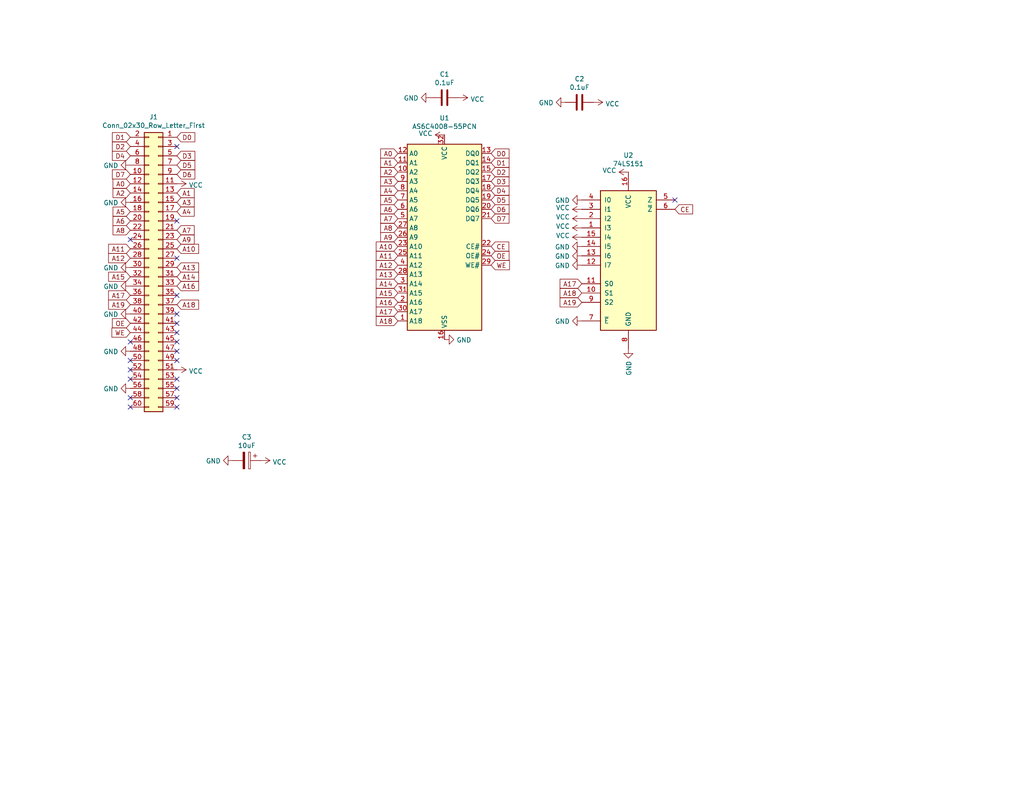
<source format=kicad_sch>
(kicad_sch (version 20211123) (generator eeschema)
  (paper "A")
  (title_block (title "PCjr 512KB Memory Expansion") (date "2023-09-22") (comment 3 "© 2023 BackBit") (comment 4 "Author: Evie Salomon"))
  (lib_symbols
    (symbol "74xx:74LS151" (pin_names (offset 1.016))
      (property "Reference" "U" (at -7.62 19.05 0))
      (property "Value" "74LS151" (at -7.62 -21.59 0))
      (symbol "74LS151_1_0"
        (pin input line (at -12.7 7.62 0) (length 5.08) (name "I3") (number "1"))
        (pin input line (at -12.7 -10.16 0) (length 5.08) (name "S1") (number "10"))
        (pin input line (at -12.7 -7.62 0) (length 5.08) (name "S0") (number "11"))
        (pin input line (at -12.7 -2.54 0) (length 5.08) (name "I7") (number "12"))
        (pin input line (at -12.7 0 0) (length 5.08) (name "I6") (number "13"))
        (pin input line (at -12.7 2.54 0) (length 5.08) (name "I5") (number "14"))
        (pin input line (at -12.7 5.08 0) (length 5.08) (name "I4") (number "15"))
        (pin power_in line (at 0 22.86 270) (length 5.08) (name "VCC") (number "16"))
        (pin input line (at -12.7 10.16 0) (length 5.08) (name "I2") (number "2"))
        (pin input line (at -12.7 12.7 0) (length 5.08) (name "I1") (number "3"))
        (pin input line (at -12.7 15.24 0) (length 5.08) (name "I0") (number "4"))
        (pin output line (at 12.7 15.24 180) (length 5.08) (name "Z") (number "5"))
        (pin output line (at 12.7 12.7 180) (length 5.08) (name "~{Z}") (number "6"))
        (pin input line (at -12.7 -17.78 0) (length 5.08) (name "~{E}") (number "7"))
        (pin power_in line (at 0 -25.4 90) (length 5.08) (name "GND") (number "8"))
        (pin input line (at -12.7 -12.7 0) (length 5.08) (name "S2") (number "9"))
      )
      (symbol "74LS151_1_1"
        (rectangle (start -7.62 17.78) (end 7.62 -20.32) (stroke (width 0.254)) (fill (type background)))
      )
    )
    (symbol "Connector_Generic:Conn_02x30_Odd_Even" (pin_names (offset 1.016) hide)
      (property "Reference" "J" (at 1.27 38.1 0))
      (property "Value" "Conn_02x30_Odd_Even" (at 1.27 -40.64 0))
      (symbol "Conn_02x30_Odd_Even_1_1"
        (rectangle (start -1.27 -37.973) (end 0 -38.227) (stroke (width 0.1524)))
        (rectangle (start -1.27 -35.433) (end 0 -35.687) (stroke (width 0.1524)))
        (rectangle (start -1.27 -32.893) (end 0 -33.147) (stroke (width 0.1524)))
        (rectangle (start -1.27 -30.353) (end 0 -30.607) (stroke (width 0.1524)))
        (rectangle (start -1.27 -27.813) (end 0 -28.067) (stroke (width 0.1524)))
        (rectangle (start -1.27 -25.273) (end 0 -25.527) (stroke (width 0.1524)))
        (rectangle (start -1.27 -22.733) (end 0 -22.987) (stroke (width 0.1524)))
        (rectangle (start -1.27 -20.193) (end 0 -20.447) (stroke (width 0.1524)))
        (rectangle (start -1.27 -17.653) (end 0 -17.907) (stroke (width 0.1524)))
        (rectangle (start -1.27 -15.113) (end 0 -15.367) (stroke (width 0.1524)))
        (rectangle (start -1.27 -12.573) (end 0 -12.827) (stroke (width 0.1524)))
        (rectangle (start -1.27 -10.033) (end 0 -10.287) (stroke (width 0.1524)))
        (rectangle (start -1.27 -7.493) (end 0 -7.747) (stroke (width 0.1524)))
        (rectangle (start -1.27 -4.953) (end 0 -5.207) (stroke (width 0.1524)))
        (rectangle (start -1.27 -2.413) (end 0 -2.667) (stroke (width 0.1524)))
        (rectangle (start -1.27 0.127) (end 0 -0.127) (stroke (width 0.1524)))
        (rectangle (start -1.27 2.667) (end 0 2.413) (stroke (width 0.1524)))
        (rectangle (start -1.27 5.207) (end 0 4.953) (stroke (width 0.1524)))
        (rectangle (start -1.27 7.747) (end 0 7.493) (stroke (width 0.1524)))
        (rectangle (start -1.27 10.287) (end 0 10.033) (stroke (width 0.1524)))
        (rectangle (start -1.27 12.827) (end 0 12.573) (stroke (width 0.1524)))
        (rectangle (start -1.27 15.367) (end 0 15.113) (stroke (width 0.1524)))
        (rectangle (start -1.27 17.907) (end 0 17.653) (stroke (width 0.1524)))
        (rectangle (start -1.27 20.447) (end 0 20.193) (stroke (width 0.1524)))
        (rectangle (start -1.27 22.987) (end 0 22.733) (stroke (width 0.1524)))
        (rectangle (start -1.27 25.527) (end 0 25.273) (stroke (width 0.1524)))
        (rectangle (start -1.27 28.067) (end 0 27.813) (stroke (width 0.1524)))
        (rectangle (start -1.27 30.607) (end 0 30.353) (stroke (width 0.1524)))
        (rectangle (start -1.27 33.147) (end 0 32.893) (stroke (width 0.1524)))
        (rectangle (start -1.27 35.687) (end 0 35.433) (stroke (width 0.1524)))
        (rectangle (start -1.27 36.83) (end 3.81 -39.37) (stroke (width 0.254)) (fill (type background)))
        (rectangle (start 3.81 -37.973) (end 2.54 -38.227) (stroke (width 0.1524)))
        (rectangle (start 3.81 -35.433) (end 2.54 -35.687) (stroke (width 0.1524)))
        (rectangle (start 3.81 -32.893) (end 2.54 -33.147) (stroke (width 0.1524)))
        (rectangle (start 3.81 -30.353) (end 2.54 -30.607) (stroke (width 0.1524)))
        (rectangle (start 3.81 -27.813) (end 2.54 -28.067) (stroke (width 0.1524)))
        (rectangle (start 3.81 -25.273) (end 2.54 -25.527) (stroke (width 0.1524)))
        (rectangle (start 3.81 -22.733) (end 2.54 -22.987) (stroke (width 0.1524)))
        (rectangle (start 3.81 -20.193) (end 2.54 -20.447) (stroke (width 0.1524)))
        (rectangle (start 3.81 -17.653) (end 2.54 -17.907) (stroke (width 0.1524)))
        (rectangle (start 3.81 -15.113) (end 2.54 -15.367) (stroke (width 0.1524)))
        (rectangle (start 3.81 -12.573) (end 2.54 -12.827) (stroke (width 0.1524)))
        (rectangle (start 3.81 -10.033) (end 2.54 -10.287) (stroke (width 0.1524)))
        (rectangle (start 3.81 -7.493) (end 2.54 -7.747) (stroke (width 0.1524)))
        (rectangle (start 3.81 -4.953) (end 2.54 -5.207) (stroke (width 0.1524)))
        (rectangle (start 3.81 -2.413) (end 2.54 -2.667) (stroke (width 0.1524)))
        (rectangle (start 3.81 0.127) (end 2.54 -0.127) (stroke (width 0.1524)))
        (rectangle (start 3.81 2.667) (end 2.54 2.413) (stroke (width 0.1524)))
        (rectangle (start 3.81 5.207) (end 2.54 4.953) (stroke (width 0.1524)))
        (rectangle (start 3.81 7.747) (end 2.54 7.493) (stroke (width 0.1524)))
        (rectangle (start 3.81 10.287) (end 2.54 10.033) (stroke (width 0.1524)))
        (rectangle (start 3.81 12.827) (end 2.54 12.573) (stroke (width 0.1524)))
        (rectangle (start 3.81 15.367) (end 2.54 15.113) (stroke (width 0.1524)))
        (rectangle (start 3.81 17.907) (end 2.54 17.653) (stroke (width 0.1524)))
        (rectangle (start 3.81 20.447) (end 2.54 20.193) (stroke (width 0.1524)))
        (rectangle (start 3.81 22.987) (end 2.54 22.733) (stroke (width 0.1524)))
        (rectangle (start 3.81 25.527) (end 2.54 25.273) (stroke (width 0.1524)))
        (rectangle (start 3.81 28.067) (end 2.54 27.813) (stroke (width 0.1524)))
        (rectangle (start 3.81 30.607) (end 2.54 30.353) (stroke (width 0.1524)))
        (rectangle (start 3.81 33.147) (end 2.54 32.893) (stroke (width 0.1524)))
        (rectangle (start 3.81 35.687) (end 2.54 35.433) (stroke (width 0.1524)))
        (pin passive line (at -5.08 35.56 0) (length 3.81) (name "Pin_1") (number "1"))
        (pin passive line (at 7.62 25.4 180) (length 3.81) (name "Pin_10") (number "10"))
        (pin passive line (at -5.08 22.86 0) (length 3.81) (name "Pin_11") (number "11"))
        (pin passive line (at 7.62 22.86 180) (length 3.81) (name "Pin_12") (number "12"))
        (pin passive line (at -5.08 20.32 0) (length 3.81) (name "Pin_13") (number "13"))
        (pin passive line (at 7.62 20.32 180) (length 3.81) (name "Pin_14") (number "14"))
        (pin passive line (at -5.08 17.78 0) (length 3.81) (name "Pin_15") (number "15"))
        (pin passive line (at 7.62 17.78 180) (length 3.81) (name "Pin_16") (number "16"))
        (pin passive line (at -5.08 15.24 0) (length 3.81) (name "Pin_17") (number "17"))
        (pin passive line (at 7.62 15.24 180) (length 3.81) (name "Pin_18") (number "18"))
        (pin passive line (at -5.08 12.7 0) (length 3.81) (name "Pin_19") (number "19"))
        (pin passive line (at 7.62 35.56 180) (length 3.81) (name "Pin_2") (number "2"))
        (pin passive line (at 7.62 12.7 180) (length 3.81) (name "Pin_20") (number "20"))
        (pin passive line (at -5.08 10.16 0) (length 3.81) (name "Pin_21") (number "21"))
        (pin passive line (at 7.62 10.16 180) (length 3.81) (name "Pin_22") (number "22"))
        (pin passive line (at -5.08 7.62 0) (length 3.81) (name "Pin_23") (number "23"))
        (pin passive line (at 7.62 7.62 180) (length 3.81) (name "Pin_24") (number "24"))
        (pin passive line (at -5.08 5.08 0) (length 3.81) (name "Pin_25") (number "25"))
        (pin passive line (at 7.62 5.08 180) (length 3.81) (name "Pin_26") (number "26"))
        (pin passive line (at -5.08 2.54 0) (length 3.81) (name "Pin_27") (number "27"))
        (pin passive line (at 7.62 2.54 180) (length 3.81) (name "Pin_28") (number "28"))
        (pin passive line (at -5.08 0 0) (length 3.81) (name "Pin_29") (number "29"))
        (pin passive line (at -5.08 33.02 0) (length 3.81) (name "Pin_3") (number "3"))
        (pin passive line (at 7.62 0 180) (length 3.81) (name "Pin_30") (number "30"))
        (pin passive line (at -5.08 -2.54 0) (length 3.81) (name "Pin_31") (number "31"))
        (pin passive line (at 7.62 -2.54 180) (length 3.81) (name "Pin_32") (number "32"))
        (pin passive line (at -5.08 -5.08 0) (length 3.81) (name "Pin_33") (number "33"))
        (pin passive line (at 7.62 -5.08 180) (length 3.81) (name "Pin_34") (number "34"))
        (pin passive line (at -5.08 -7.62 0) (length 3.81) (name "Pin_35") (number "35"))
        (pin passive line (at 7.62 -7.62 180) (length 3.81) (name "Pin_36") (number "36"))
        (pin passive line (at -5.08 -10.16 0) (length 3.81) (name "Pin_37") (number "37"))
        (pin passive line (at 7.62 -10.16 180) (length 3.81) (name "Pin_38") (number "38"))
        (pin passive line (at -5.08 -12.7 0) (length 3.81) (name "Pin_39") (number "39"))
        (pin passive line (at 7.62 33.02 180) (length 3.81) (name "Pin_4") (number "4"))
        (pin passive line (at 7.62 -12.7 180) (length 3.81) (name "Pin_40") (number "40"))
        (pin passive line (at -5.08 -15.24 0) (length 3.81) (name "Pin_41") (number "41"))
        (pin passive line (at 7.62 -15.24 180) (length 3.81) (name "Pin_42") (number "42"))
        (pin passive line (at -5.08 -17.78 0) (length 3.81) (name "Pin_43") (number "43"))
        (pin passive line (at 7.62 -17.78 180) (length 3.81) (name "Pin_44") (number "44"))
        (pin passive line (at -5.08 -20.32 0) (length 3.81) (name "Pin_45") (number "45"))
        (pin passive line (at 7.62 -20.32 180) (length 3.81) (name "Pin_46") (number "46"))
        (pin passive line (at -5.08 -22.86 0) (length 3.81) (name "Pin_47") (number "47"))
        (pin passive line (at 7.62 -22.86 180) (length 3.81) (name "Pin_48") (number "48"))
        (pin passive line (at -5.08 -25.4 0) (length 3.81) (name "Pin_49") (number "49"))
        (pin passive line (at -5.08 30.48 0) (length 3.81) (name "Pin_5") (number "5"))
        (pin passive line (at 7.62 -25.4 180) (length 3.81) (name "Pin_50") (number "50"))
        (pin passive line (at -5.08 -27.94 0) (length 3.81) (name "Pin_51") (number "51"))
        (pin passive line (at 7.62 -27.94 180) (length 3.81) (name "Pin_52") (number "52"))
        (pin passive line (at -5.08 -30.48 0) (length 3.81) (name "Pin_53") (number "53"))
        (pin passive line (at 7.62 -30.48 180) (length 3.81) (name "Pin_54") (number "54"))
        (pin passive line (at -5.08 -33.02 0) (length 3.81) (name "Pin_55") (number "55"))
        (pin passive line (at 7.62 -33.02 180) (length 3.81) (name "Pin_56") (number "56"))
        (pin passive line (at -5.08 -35.56 0) (length 3.81) (name "Pin_57") (number "57"))
        (pin passive line (at 7.62 -35.56 180) (length 3.81) (name "Pin_58") (number "58"))
        (pin passive line (at -5.08 -38.1 0) (length 3.81) (name "Pin_59") (number "59"))
        (pin passive line (at 7.62 30.48 180) (length 3.81) (name "Pin_6") (number "6"))
        (pin passive line (at 7.62 -38.1 180) (length 3.81) (name "Pin_60") (number "60"))
        (pin passive line (at -5.08 27.94 0) (length 3.81) (name "Pin_7") (number "7"))
        (pin passive line (at 7.62 27.94 180) (length 3.81) (name "Pin_8") (number "8"))
        (pin passive line (at -5.08 25.4 0) (length 3.81) (name "Pin_9") (number "9"))
      )
    )
    (symbol "Device:C" (pin_numbers hide) (pin_names (offset 0.254))
      (property "Reference" "C" (at 0.635 2.54 0))
      (property "Value" "C" (at 0.635 -2.54 0))
      (symbol "C_0_1"
        (polyline (pts (xy -2.032 -0.762) (xy 2.032 -0.762)) (stroke (width 0.508)))
        (polyline (pts (xy -2.032 0.762) (xy 2.032 0.762)) (stroke (width 0.508)))
      )
      (symbol "C_1_1"
        (pin passive line (at 0 3.81 270) (length 2.794) (name "~") (number "1"))
        (pin passive line (at 0 -3.81 90) (length 2.794) (name "~") (number "2"))
      )
    )
    (symbol "Device:C_Polarized" (pin_numbers hide) (pin_names (offset 0.254))
      (property "Reference" "C" (at 0.635 2.54 0))
      (property "Value" "C_Polarized" (at 0.635 -2.54 0))
      (symbol "C_Polarized_0_1"
        (rectangle (start -2.286 0.508) (end 2.286 1.016))
        (polyline (pts (xy -1.778 2.286) (xy -0.762 2.286)))
        (polyline (pts (xy -1.27 2.794) (xy -1.27 1.778)))
        (rectangle (start 2.286 -0.508) (end -2.286 -1.016) (fill (type outline)))
      )
      (symbol "C_Polarized_1_1"
        (pin passive line (at 0 3.81 270) (length 2.794) (name "~") (number "1"))
        (pin passive line (at 0 -3.81 90) (length 2.794) (name "~") (number "2"))
      )
    )
    (symbol "Memory_RAM:AS6C4008-55PCN"
      (property "Reference" "U" (at -10.16 26.035 0))
      (property "Value" "AS6C4008-55PCN" (at 2.54 26.035 0))
      (symbol "AS6C4008-55PCN_0_0"
        (pin power_in line (at 0 -27.94 90) (length 2.54) (name "VSS") (number "16"))
        (pin power_in line (at 0 27.94 270) (length 2.54) (name "VCC") (number "32"))
      )
      (symbol "AS6C4008-55PCN_0_1"
        (rectangle (start -10.16 25.4) (end 10.16 -25.4) (stroke (width 0.254)) (fill (type background)))
      )
      (symbol "AS6C4008-55PCN_1_1"
        (pin input line (at -12.7 -22.86 0) (length 2.54) (name "A18") (number "1"))
        (pin input line (at -12.7 17.78 0) (length 2.54) (name "A2") (number "10"))
        (pin input line (at -12.7 20.32 0) (length 2.54) (name "A1") (number "11"))
        (pin input line (at -12.7 22.86 0) (length 2.54) (name "A0") (number "12"))
        (pin tri_state line (at 12.7 22.86 180) (length 2.54) (name "DQ0") (number "13"))
        (pin tri_state line (at 12.7 20.32 180) (length 2.54) (name "DQ1") (number "14"))
        (pin tri_state line (at 12.7 17.78 180) (length 2.54) (name "DQ2") (number "15"))
        (pin tri_state line (at 12.7 15.24 180) (length 2.54) (name "DQ3") (number "17"))
        (pin tri_state line (at 12.7 12.7 180) (length 2.54) (name "DQ4") (number "18"))
        (pin tri_state line (at 12.7 10.16 180) (length 2.54) (name "DQ5") (number "19"))
        (pin input line (at -12.7 -17.78 0) (length 2.54) (name "A16") (number "2"))
        (pin tri_state line (at 12.7 7.62 180) (length 2.54) (name "DQ6") (number "20"))
        (pin tri_state line (at 12.7 5.08 180) (length 2.54) (name "DQ7") (number "21"))
        (pin input line (at 12.7 -2.54 180) (length 2.54) (name "CE#") (number "22"))
        (pin input line (at -12.7 -2.54 0) (length 2.54) (name "A10") (number "23"))
        (pin input line (at 12.7 -5.08 180) (length 2.54) (name "OE#") (number "24"))
        (pin input line (at -12.7 -5.08 0) (length 2.54) (name "A11") (number "25"))
        (pin input line (at -12.7 0 0) (length 2.54) (name "A9") (number "26"))
        (pin input line (at -12.7 2.54 0) (length 2.54) (name "A8") (number "27"))
        (pin input line (at -12.7 -10.16 0) (length 2.54) (name "A13") (number "28"))
        (pin input line (at 12.7 -7.62 180) (length 2.54) (name "WE#") (number "29"))
        (pin input line (at -12.7 -12.7 0) (length 2.54) (name "A14") (number "3"))
        (pin input line (at -12.7 -20.32 0) (length 2.54) (name "A17") (number "30"))
        (pin input line (at -12.7 -15.24 0) (length 2.54) (name "A15") (number "31"))
        (pin input line (at -12.7 -7.62 0) (length 2.54) (name "A12") (number "4"))
        (pin input line (at -12.7 5.08 0) (length 2.54) (name "A7") (number "5"))
        (pin input line (at -12.7 7.62 0) (length 2.54) (name "A6") (number "6"))
        (pin input line (at -12.7 10.16 0) (length 2.54) (name "A5") (number "7"))
        (pin input line (at -12.7 12.7 0) (length 2.54) (name "A4") (number "8"))
        (pin input line (at -12.7 15.24 0) (length 2.54) (name "A3") (number "9"))
      )
    )
    (symbol "power:GND" (power) (pin_names (offset 0))
      (property "Value" "GND" (at 0 -3.81 0))
      (symbol "GND_0_1"
        (polyline (pts (xy 0 0) (xy 0 -1.27) (xy 1.27 -1.27) (xy 0 -2.54) (xy -1.27 -1.27) (xy 0 -1.27)))
      )
      (symbol "GND_1_1"
        (pin power_in line (at 0 0 270) (length 0) hide (name "GND") (number "1"))
      )
    )
    (symbol "power:VCC" (power) (pin_names (offset 0))
      (property "Value" "VCC" (at 0 3.81 0))
      (symbol "VCC_0_1"
        (polyline (pts (xy -0.762 1.27) (xy 0 2.54)))
        (polyline (pts (xy 0 0) (xy 0 2.54)))
        (polyline (pts (xy 0 2.54) (xy 0.762 1.27)))
      )
      (symbol "VCC_1_1"
        (pin power_in line (at 0 0 90) (length 0) hide (name "VCC") (number "1"))
      )
    )
  )
  (no_connect (at 35.56 100.965))
  (no_connect (at 35.56 108.585))
  (no_connect (at 48.26 88.265))
  (no_connect (at 48.26 103.505))
  (no_connect (at 35.56 103.505))
  (no_connect (at 35.56 65.405))
  (no_connect (at 48.26 106.045))
  (no_connect (at 48.26 111.125))
  (no_connect (at 48.26 98.425))
  (no_connect (at 48.26 93.345))
  (no_connect (at 48.26 108.585))
  (no_connect (at 48.26 90.805))
  (no_connect (at 48.26 70.485))
  (no_connect (at 48.26 85.725))
  (no_connect (at 184.15 54.61))
  (no_connect (at 48.26 95.885))
  (no_connect (at 35.56 98.425))
  (no_connect (at 48.26 80.645))
  (no_connect (at 35.56 93.345))
  (no_connect (at 48.26 60.325))
  (no_connect (at 48.26 40.005))
  (no_connect (at 35.56 111.125))
  (global_label "A10" (shape input) (at 108.585 67.31 180) (property "Intersheet References" "${INTERSHEET_REFS}" (effects hide)))
  (global_label "A11" (shape input) (at 108.585 69.85 180) (property "Intersheet References" "${INTERSHEET_REFS}" (effects hide)))
  (global_label "A8" (shape input) (at 35.56 62.865 180) (property "Intersheet References" "${INTERSHEET_REFS}" (effects hide)))
  (global_label "WE" (shape input) (at 35.56 90.805 180) (property "Intersheet References" "${INTERSHEET_REFS}" (effects hide)))
  (global_label "D2" (shape input) (at 133.985 46.99 0) (property "Intersheet References" "${INTERSHEET_REFS}" (effects hide)))
  (global_label "A12" (shape input) (at 108.585 72.39 180) (property "Intersheet References" "${INTERSHEET_REFS}" (effects hide)))
  (global_label "A4" (shape input) (at 48.26 57.785 0) (property "Intersheet References" "${INTERSHEET_REFS}" (effects hide)))
  (global_label "A14" (shape input) (at 48.26 75.565 0) (property "Intersheet References" "${INTERSHEET_REFS}" (effects hide)))
  (global_label "A0" (shape input) (at 108.585 41.91 180) (property "Intersheet References" "${INTERSHEET_REFS}" (effects hide)))
  (global_label "D3" (shape input) (at 133.985 49.53 0) (property "Intersheet References" "${INTERSHEET_REFS}" (effects hide)))
  (global_label "A0" (shape input) (at 35.56 50.165 180) (property "Intersheet References" "${INTERSHEET_REFS}" (effects hide)))
  (global_label "OE" (shape input) (at 133.985 69.85 0) (property "Intersheet References" "${INTERSHEET_REFS}" (effects hide)))
  (global_label "A17" (shape input) (at 108.585 85.09 180) (property "Intersheet References" "${INTERSHEET_REFS}" (effects hide)))
  (global_label "A7" (shape input) (at 48.26 62.865 0) (property "Intersheet References" "${INTERSHEET_REFS}" (effects hide)))
  (global_label "A18" (shape input) (at 108.585 87.63 180) (property "Intersheet References" "${INTERSHEET_REFS}" (effects hide)))
  (global_label "D5" (shape input) (at 133.985 54.61 0) (property "Intersheet References" "${INTERSHEET_REFS}" (effects hide)))
  (global_label "OE" (shape input) (at 35.56 88.265 180) (property "Intersheet References" "${INTERSHEET_REFS}" (effects hide)))
  (global_label "A12" (shape input) (at 35.56 70.485 180) (property "Intersheet References" "${INTERSHEET_REFS}" (effects hide)))
  (global_label "A9" (shape input) (at 108.585 64.77 180) (property "Intersheet References" "${INTERSHEET_REFS}" (effects hide)))
  (global_label "D3" (shape input) (at 48.26 42.545 0) (property "Intersheet References" "${INTERSHEET_REFS}" (effects hide)))
  (global_label "A3" (shape input) (at 48.26 55.245 0) (property "Intersheet References" "${INTERSHEET_REFS}" (effects hide)))
  (global_label "A13" (shape input) (at 108.585 74.93 180) (property "Intersheet References" "${INTERSHEET_REFS}" (effects hide)))
  (global_label "A5" (shape input) (at 108.585 54.61 180) (property "Intersheet References" "${INTERSHEET_REFS}" (effects hide)))
  (global_label "D1" (shape input) (at 133.985 44.45 0) (property "Intersheet References" "${INTERSHEET_REFS}" (effects hide)))
  (global_label "A19" (shape input) (at 35.56 83.185 180) (property "Intersheet References" "${INTERSHEET_REFS}" (effects hide)))
  (global_label "A4" (shape input) (at 108.585 52.07 180) (property "Intersheet References" "${INTERSHEET_REFS}" (effects hide)))
  (global_label "A6" (shape input) (at 108.585 57.15 180) (property "Intersheet References" "${INTERSHEET_REFS}" (effects hide)))
  (global_label "D0" (shape input) (at 48.26 37.465 0) (property "Intersheet References" "${INTERSHEET_REFS}" (effects hide)))
  (global_label "A11" (shape input) (at 35.56 67.945 180) (property "Intersheet References" "${INTERSHEET_REFS}" (effects hide)))
  (global_label "D7" (shape input) (at 35.56 47.625 180) (property "Intersheet References" "${INTERSHEET_REFS}" (effects hide)))
  (global_label "A8" (shape input) (at 108.585 62.23 180) (property "Intersheet References" "${INTERSHEET_REFS}" (effects hide)))
  (global_label "A2" (shape input) (at 108.585 46.99 180) (property "Intersheet References" "${INTERSHEET_REFS}" (effects hide)))
  (global_label "A7" (shape input) (at 108.585 59.69 180) (property "Intersheet References" "${INTERSHEET_REFS}" (effects hide)))
  (global_label "WE" (shape input) (at 133.985 72.39 0) (property "Intersheet References" "${INTERSHEET_REFS}" (effects hide)))
  (global_label "A5" (shape input) (at 35.56 57.785 180) (property "Intersheet References" "${INTERSHEET_REFS}" (effects hide)))
  (global_label "D4" (shape input) (at 133.985 52.07 0) (property "Intersheet References" "${INTERSHEET_REFS}" (effects hide)))
  (global_label "A14" (shape input) (at 108.585 77.47 180) (property "Intersheet References" "${INTERSHEET_REFS}" (effects hide)))
  (global_label "A17" (shape input) (at 158.75 77.47 180) (property "Intersheet References" "${INTERSHEET_REFS}" (effects hide)))
  (global_label "D6" (shape input) (at 133.985 57.15 0) (property "Intersheet References" "${INTERSHEET_REFS}" (effects hide)))
  (global_label "D7" (shape input) (at 133.985 59.69 0) (property "Intersheet References" "${INTERSHEET_REFS}" (effects hide)))
  (global_label "A16" (shape input) (at 108.585 82.55 180) (property "Intersheet References" "${INTERSHEET_REFS}" (effects hide)))
  (global_label "A18" (shape input) (at 48.26 83.185 0) (property "Intersheet References" "${INTERSHEET_REFS}" (effects hide)))
  (global_label "A19" (shape input) (at 158.75 82.55 180) (property "Intersheet References" "${INTERSHEET_REFS}" (effects hide)))
  (global_label "A9" (shape input) (at 48.26 65.405 0) (property "Intersheet References" "${INTERSHEET_REFS}" (effects hide)))
  (global_label "A15" (shape input) (at 35.56 75.565 180) (property "Intersheet References" "${INTERSHEET_REFS}" (effects hide)))
  (global_label "A6" (shape input) (at 35.56 60.325 180) (property "Intersheet References" "${INTERSHEET_REFS}" (effects hide)))
  (global_label "A1" (shape input) (at 48.26 52.705 0) (property "Intersheet References" "${INTERSHEET_REFS}" (effects hide)))
  (global_label "D6" (shape input) (at 48.26 47.625 0) (property "Intersheet References" "${INTERSHEET_REFS}" (effects hide)))
  (global_label "D1" (shape input) (at 35.56 37.465 180) (property "Intersheet References" "${INTERSHEET_REFS}" (effects hide)))
  (global_label "A2" (shape input) (at 35.56 52.705 180) (property "Intersheet References" "${INTERSHEET_REFS}" (effects hide)))
  (global_label "CE" (shape input) (at 184.15 57.15 0) (property "Intersheet References" "${INTERSHEET_REFS}" (effects hide)))
  (global_label "A13" (shape input) (at 48.26 73.025 0) (property "Intersheet References" "${INTERSHEET_REFS}" (effects hide)))
  (global_label "A15" (shape input) (at 108.585 80.01 180) (property "Intersheet References" "${INTERSHEET_REFS}" (effects hide)))
  (global_label "D5" (shape input) (at 48.26 45.085 0) (property "Intersheet References" "${INTERSHEET_REFS}" (effects hide)))
  (global_label "D0" (shape input) (at 133.985 41.91 0) (property "Intersheet References" "${INTERSHEET_REFS}" (effects hide)))
  (global_label "D2" (shape input) (at 35.56 40.005 180) (property "Intersheet References" "${INTERSHEET_REFS}" (effects hide)))
  (global_label "D4" (shape input) (at 35.56 42.545 180) (property "Intersheet References" "${INTERSHEET_REFS}" (effects hide)))
  (global_label "A10" (shape input) (at 48.26 67.945 0) (property "Intersheet References" "${INTERSHEET_REFS}" (effects hide)))
  (global_label "A1" (shape input) (at 108.585 44.45 180) (property "Intersheet References" "${INTERSHEET_REFS}" (effects hide)))
  (global_label "A18" (shape input) (at 158.75 80.01 180) (property "Intersheet References" "${INTERSHEET_REFS}" (effects hide)))
  (global_label "A16" (shape input) (at 48.26 78.105 0) (property "Intersheet References" "${INTERSHEET_REFS}" (effects hide)))
  (global_label "A3" (shape input) (at 108.585 49.53 180) (property "Intersheet References" "${INTERSHEET_REFS}" (effects hide)))
  (global_label "A17" (shape input) (at 35.56 80.645 180) (property "Intersheet References" "${INTERSHEET_REFS}" (effects hide)))
  (global_label "CE" (shape input) (at 133.985 67.31 0) (property "Intersheet References" "${INTERSHEET_REFS}" (effects hide)))
  (symbol (lib_id "Device:C") (at 121.285 26.67 270) (unit 1)
    (property "Reference" "C1" (at 121.285 20.2692 90))
    (property "Value" "0.1uF" (at 121.285 22.5806 90))
    (property "Footprint" "Capacitor_THT:C_Disc_D5.0mm_W2.5mm_P2.50mm" (effects hide))
  )
  (symbol (lib_id "Device:C") (at 158.115 27.94 270) (unit 1)
    (property "Reference" "C2" (at 158.115 21.5392 90))
    (property "Value" "0.1uF" (at 158.115 23.8506 90))
    (property "Footprint" "Capacitor_THT:C_Disc_D5.0mm_W2.5mm_P2.50mm" (effects hide))
  )
  (symbol (lib_id "Device:C_Polarized") (at 67.31 125.73 270) (unit 1)
    (property "Reference" "C3" (at 67.31 119.3292 90))
    (property "Value" "10uF" (at 67.31 121.6406 90))
    (property "Footprint" "Capacitor_THT:CP_Radial_D6.3mm_P2.50mm" (effects hide))
  )
  (symbol (lib_id "power:GND") (at 117.475 26.67 270) (unit 1)
    (property "Reference" "#PWR0121" (effects hide))
    (property "Value" "GND" (at 114.2238 26.797 90) (effects (justify right)))
  )
  (symbol (lib_id "power:GND") (at 154.305 27.94 270) (unit 1)
    (property "Reference" "#PWR0122" (effects hide))
    (property "Value" "GND" (at 151.0538 28.067 90) (effects (justify right)))
  )
  (symbol (lib_id "power:GND") (at 63.5 125.73 270) (unit 1)
    (property "Reference" "#PWR0124" (effects hide))
    (property "Value" "GND" (at 60.2488 125.857 90) (effects (justify right)))
  )
  (symbol (lib_id "power:VCC") (at 125.095 26.67 270) (unit 1)
    (property "Reference" "#PWR0126" (effects hide))
    (property "Value" "VCC" (at 128.3462 27.1018 90) (effects (justify left)))
  )
  (symbol (lib_id "power:VCC") (at 161.925 27.94 270) (unit 1)
    (property "Reference" "#PWR0127" (effects hide))
    (property "Value" "VCC" (at 165.1762 28.3718 90) (effects (justify left)))
  )
  (symbol (lib_id "power:VCC") (at 71.12 125.73 270) (unit 1)
    (property "Reference" "#PWR0129" (effects hide))
    (property "Value" "VCC" (at 74.3712 126.1618 90) (effects (justify left)))
  )
  (symbol (lib_id "Memory_RAM:AS6C4008-55PCN") (at 121.285 64.77 0) (unit 1)
    (property "Reference" "U1" (at 121.285 32.2326 0))
    (property "Value" "AS6C4008-55PCN" (at 121.285 34.544 0))
    (property "Footprint" "Package_DIP:DIP-32_W15.24mm" (effects hide))
    (property "Datasheet" "https://www.alliancememory.com/wp-content/uploads/pdf/AS6C4008.pdf" (effects hide))
  )
  (symbol (lib_id "Connector_Generic:Conn_02x30_Odd_Even") (at 43.18 73.025 0) (mirror y) (unit 1)
    (property "Reference" "J1" (at 41.91 31.9532 0))
    (property "Value" "Conn_02x30_Row_Letter_First" (at 41.91 34.2646 0))
    (property "Footprint" "Symbols:edge_pins_60" (effects hide))
  )
  (symbol (lib_id "power:GND") (at 35.56 45.085 270) (unit 1)
    (property "Reference" "#PWR0101" (effects hide))
    (property "Value" "GND" (at 32.3088 45.212 90) (effects (justify right)))
  )
  (symbol (lib_id "power:VCC") (at 48.26 50.165 270) (unit 1)
    (property "Reference" "#PWR0102" (effects hide))
    (property "Value" "VCC" (at 51.5112 50.546 90) (effects (justify left)))
  )
  (symbol (lib_id "power:GND") (at 35.56 55.245 270) (unit 1)
    (property "Reference" "#PWR0103" (effects hide))
    (property "Value" "GND" (at 32.3088 55.372 90) (effects (justify right)))
  )
  (symbol (lib_id "power:GND") (at 35.56 73.025 270) (unit 1)
    (property "Reference" "#PWR0104" (effects hide))
    (property "Value" "GND" (at 32.3088 73.152 90) (effects (justify right)))
  )
  (symbol (lib_id "power:GND") (at 35.56 78.105 270) (unit 1)
    (property "Reference" "#PWR0105" (effects hide))
    (property "Value" "GND" (at 32.3088 78.232 90) (effects (justify right)))
  )
  (symbol (lib_id "power:GND") (at 35.56 85.725 270) (unit 1)
    (property "Reference" "#PWR0106" (effects hide))
    (property "Value" "GND" (at 32.3088 85.852 90) (effects (justify right)))
  )
  (symbol (lib_id "power:GND") (at 35.56 95.885 270) (unit 1)
    (property "Reference" "#PWR0107" (effects hide))
    (property "Value" "GND" (at 32.3088 96.012 90) (effects (justify right)))
  )
  (symbol (lib_id "power:GND") (at 35.56 106.045 270) (unit 1)
    (property "Reference" "#PWR0108" (effects hide))
    (property "Value" "GND" (at 32.3088 106.172 90) (effects (justify right)))
  )
  (symbol (lib_id "power:VCC") (at 48.26 100.965 270) (unit 1)
    (property "Reference" "#PWR0112" (effects hide))
    (property "Value" "VCC" (at 51.5112 101.346 90) (effects (justify left)))
  )
  (symbol (lib_id "power:VCC") (at 121.285 36.83 90) (unit 1)
    (property "Reference" "#PWR0113" (effects hide))
    (property "Value" "VCC" (at 118.0592 36.449 90) (effects (justify left)))
  )
  (symbol (lib_id "power:GND") (at 121.285 92.71 90) (mirror x) (unit 1)
    (property "Reference" "#PWR0114" (effects hide))
    (property "Value" "GND" (at 124.5362 92.837 90) (effects (justify right)))
  )
  (symbol (lib_id "74xx:74LS151") (at 171.45 69.85 0) (unit 1)
    (property "Reference" "U2" (at 171.45 42.3926 0))
    (property "Value" "74LS151" (at 171.45 44.704 0))
    (property "Footprint" "Package_DIP:DIP-16_W7.62mm_LongPads" (effects hide))
    (property "Datasheet" "http://www.ti.com/lit/gpn/sn74LS151" (effects hide))
  )
  (symbol (lib_id "power:GND") (at 171.45 95.25 0) (unit 1)
    (property "Reference" "#PWR0115" (effects hide))
    (property "Value" "GND" (at 171.577 98.5012 90) (effects (justify right)))
  )
  (symbol (lib_id "power:VCC") (at 171.45 46.99 90) (unit 1)
    (property "Reference" "#PWR0116" (effects hide))
    (property "Value" "VCC" (at 168.1988 46.5582 90) (effects (justify left)))
  )
  (symbol (lib_id "power:GND") (at 158.75 87.63 270) (unit 1)
    (property "Reference" "#PWR0117" (effects hide))
    (property "Value" "GND" (at 155.4988 87.757 90) (effects (justify right)))
  )
  (symbol (lib_id "power:GND") (at 158.75 54.61 270) (unit 1)
    (property "Reference" "#PWR0118" (effects hide))
    (property "Value" "GND" (at 155.4988 54.737 90) (effects (justify right)))
  )
  (symbol (lib_id "power:GND") (at 158.75 67.31 270) (unit 1)
    (property "Reference" "#PWR0119" (effects hide))
    (property "Value" "GND" (at 155.4988 67.437 90) (effects (justify right)))
  )
  (symbol (lib_id "power:GND") (at 158.75 69.85 270) (unit 1)
    (property "Reference" "#PWR0120" (effects hide))
    (property "Value" "GND" (at 155.4988 69.977 90) (effects (justify right)))
  )
  (symbol (lib_id "power:GND") (at 158.75 72.39 270) (unit 1)
    (property "Reference" "#PWR0123" (effects hide))
    (property "Value" "GND" (at 155.4988 72.517 90) (effects (justify right)))
  )
  (symbol (lib_id "power:VCC") (at 158.75 57.15 90) (unit 1)
    (property "Reference" "#PWR0125" (effects hide))
    (property "Value" "VCC" (at 155.4988 56.7182 90) (effects (justify left)))
  )
  (symbol (lib_id "power:VCC") (at 158.75 59.69 90) (unit 1)
    (property "Reference" "#PWR0128" (effects hide))
    (property "Value" "VCC" (at 155.4988 59.2582 90) (effects (justify left)))
  )
  (symbol (lib_id "power:VCC") (at 158.75 62.23 90) (unit 1)
    (property "Reference" "#PWR0130" (effects hide))
    (property "Value" "VCC" (at 155.4988 61.7982 90) (effects (justify left)))
  )
  (symbol (lib_id "power:VCC") (at 158.75 64.77 90) (unit 1)
    (property "Reference" "#PWR0131" (effects hide))
    (property "Value" "VCC" (at 155.4988 64.3382 90) (effects (justify left)))
  )
)
</source>
